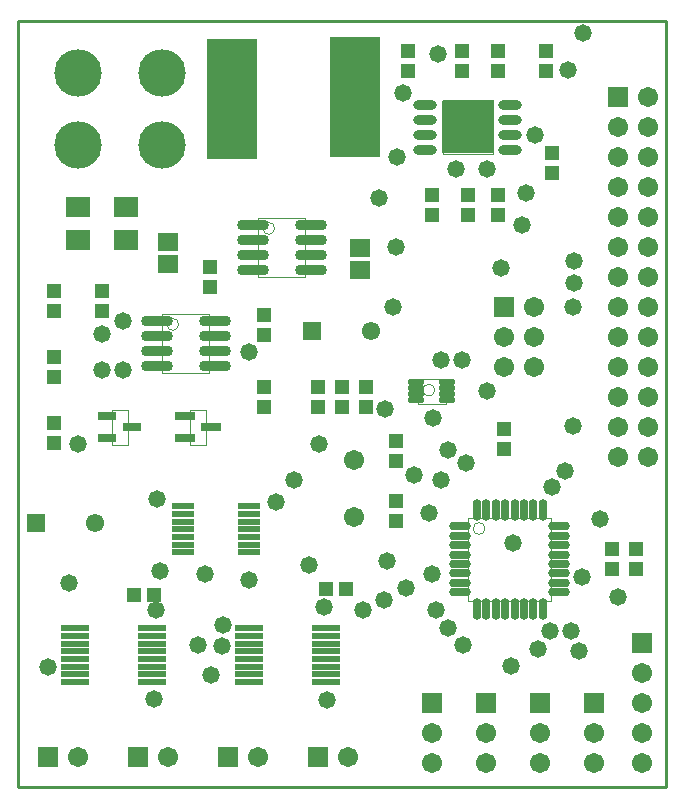
<source format=gts>
%FSLAX25Y25*%
%MOIN*%
G70*
G01*
G75*
G04 Layer_Color=8388736*
%ADD10R,0.05118X0.02362*%
%ADD11R,0.03937X0.04331*%
%ADD12R,0.16535X0.16535*%
%ADD13O,0.07087X0.02362*%
%ADD14R,0.05906X0.05118*%
%ADD15R,0.06299X0.02362*%
%ADD16O,0.09843X0.02756*%
%ADD17O,0.04921X0.01181*%
%ADD18R,0.04331X0.03937*%
%ADD19R,0.08465X0.01575*%
%ADD20R,0.08465X0.01575*%
%ADD21R,0.06496X0.01181*%
%ADD22O,0.06496X0.02165*%
%ADD23O,0.02165X0.06496*%
%ADD24R,0.07087X0.06299*%
%ADD25R,0.15748X0.39370*%
%ADD26C,0.00787*%
%ADD27C,0.03150*%
%ADD28C,0.04724*%
%ADD29C,0.01181*%
%ADD30C,0.01969*%
%ADD31C,0.05906*%
%ADD32C,0.01378*%
%ADD33C,0.01575*%
%ADD34C,0.01000*%
%ADD35C,0.03937*%
%ADD36C,0.00000*%
%ADD37C,0.00394*%
%ADD38C,0.05906*%
%ADD39R,0.05906X0.05906*%
%ADD40C,0.15000*%
%ADD41C,0.05315*%
%ADD42R,0.05315X0.05315*%
%ADD43R,0.05906X0.05906*%
%ADD44C,0.05906*%
%ADD45C,0.05000*%
%ADD46C,0.00984*%
%ADD47C,0.02362*%
%ADD48C,0.00800*%
%ADD49R,0.05918X0.03162*%
%ADD50R,0.04737X0.05131*%
%ADD51R,0.17335X0.17335*%
%ADD52O,0.07887X0.03162*%
%ADD53R,0.06706X0.05918*%
%ADD54R,0.07099X0.03162*%
%ADD55O,0.10642X0.03556*%
%ADD56O,0.05721X0.01981*%
%ADD57R,0.05131X0.04737*%
%ADD58R,0.09265X0.02375*%
%ADD59R,0.09265X0.02375*%
%ADD60R,0.07296X0.01981*%
%ADD61O,0.07296X0.02965*%
%ADD62O,0.02965X0.07296*%
%ADD63R,0.07887X0.07099*%
%ADD64R,0.16548X0.40170*%
%ADD65C,0.06706*%
%ADD66R,0.06706X0.06706*%
%ADD67C,0.15800*%
%ADD68C,0.06115*%
%ADD69R,0.06115X0.06115*%
%ADD70R,0.06706X0.06706*%
%ADD71C,0.06706*%
%ADD72C,0.05800*%
D34*
X0Y0D02*
Y255500D01*
X216000D01*
Y0D02*
Y255500D01*
X0Y0D02*
X216000D01*
D37*
X147205Y225453D02*
G03*
X147205Y225453I-1969J0D01*
G01*
X85638Y186299D02*
G03*
X85638Y186299I-1969J0D01*
G01*
X53638Y154299D02*
G03*
X53638Y154299I-1969J0D01*
G01*
X138984Y132394D02*
G03*
X138984Y132394I-1969J0D01*
G01*
X155732Y86236D02*
G03*
X155732Y86236I-1969J0D01*
G01*
X31244Y114094D02*
X36756D01*
X31244Y125906D02*
X36756D01*
Y114094D02*
Y125906D01*
X31244Y114094D02*
Y125906D01*
X141693Y211004D02*
Y228996D01*
X158307Y211004D02*
Y228996D01*
X141693D02*
X158307D01*
X141693Y211004D02*
X158307D01*
X57244Y114094D02*
X62756D01*
X57244Y125906D02*
X62756D01*
Y114094D02*
Y125906D01*
X57244Y114094D02*
Y125906D01*
X80126Y170157D02*
X95874D01*
X80126Y189843D02*
X95874D01*
Y170157D02*
Y189843D01*
X80126Y170157D02*
Y189843D01*
X48126Y138157D02*
X63874D01*
X48126Y157843D02*
X63874D01*
Y138157D02*
Y157843D01*
X48126Y138157D02*
Y157843D01*
X133276Y127866D02*
X142724D01*
X133276Y136134D02*
X142724D01*
Y127866D02*
Y136134D01*
X133276Y127866D02*
Y136134D01*
X150220Y62220D02*
Y89780D01*
X177780Y62220D02*
Y89780D01*
X150220D02*
X177780D01*
X150220Y62220D02*
X177780D01*
D49*
X38134Y120000D02*
D03*
X29866Y116260D02*
D03*
Y123740D02*
D03*
D50*
X108000Y126654D02*
D03*
Y133346D02*
D03*
X100000Y126654D02*
D03*
Y133346D02*
D03*
X126000Y95346D02*
D03*
Y88654D02*
D03*
X162000Y119346D02*
D03*
Y112654D02*
D03*
X12000Y165346D02*
D03*
Y158654D02*
D03*
Y143346D02*
D03*
Y136654D02*
D03*
Y121346D02*
D03*
Y114654D02*
D03*
X178000Y204654D02*
D03*
Y211346D02*
D03*
X160000Y197346D02*
D03*
Y190654D02*
D03*
X150000Y197346D02*
D03*
Y190654D02*
D03*
X28000Y158654D02*
D03*
Y165346D02*
D03*
X82000Y150654D02*
D03*
Y157346D02*
D03*
Y133346D02*
D03*
Y126654D02*
D03*
X138000Y190654D02*
D03*
Y197346D02*
D03*
X148000Y245346D02*
D03*
Y238654D02*
D03*
X130000Y245346D02*
D03*
Y238654D02*
D03*
X160000D02*
D03*
Y245346D02*
D03*
X176000D02*
D03*
Y238654D02*
D03*
X64000Y173346D02*
D03*
Y166654D02*
D03*
X126000Y115346D02*
D03*
Y108654D02*
D03*
X116000Y126654D02*
D03*
Y133346D02*
D03*
X206000Y72654D02*
D03*
Y79346D02*
D03*
X198000Y72654D02*
D03*
Y79346D02*
D03*
D51*
X150000Y220000D02*
D03*
D52*
X135827Y227500D02*
D03*
Y222500D02*
D03*
Y217500D02*
D03*
Y212500D02*
D03*
X164173Y227500D02*
D03*
Y222500D02*
D03*
Y217500D02*
D03*
Y212500D02*
D03*
D53*
X50000Y174260D02*
D03*
Y181740D02*
D03*
X114000Y179740D02*
D03*
Y172260D02*
D03*
D54*
X64331Y120000D02*
D03*
X55669Y116260D02*
D03*
Y123740D02*
D03*
D55*
X97646Y172500D02*
D03*
Y177500D02*
D03*
Y182500D02*
D03*
Y187500D02*
D03*
X78354Y172500D02*
D03*
Y177500D02*
D03*
Y182500D02*
D03*
Y187500D02*
D03*
X65646Y140500D02*
D03*
Y145500D02*
D03*
Y150500D02*
D03*
Y155500D02*
D03*
X46354Y140500D02*
D03*
Y145500D02*
D03*
Y150500D02*
D03*
Y155500D02*
D03*
D56*
X143217Y129047D02*
D03*
Y131016D02*
D03*
Y132984D02*
D03*
Y134953D02*
D03*
X132783Y129047D02*
D03*
Y131016D02*
D03*
Y132984D02*
D03*
Y134953D02*
D03*
D57*
X38654Y64000D02*
D03*
X45346D02*
D03*
X109346Y66000D02*
D03*
X102654D02*
D03*
D58*
X19106Y52957D02*
D03*
X77106D02*
D03*
D59*
X19106Y50398D02*
D03*
Y47839D02*
D03*
Y45280D02*
D03*
Y42721D02*
D03*
Y40161D02*
D03*
Y37602D02*
D03*
Y35043D02*
D03*
X44894Y52957D02*
D03*
Y50398D02*
D03*
Y47839D02*
D03*
Y45280D02*
D03*
Y42721D02*
D03*
Y40161D02*
D03*
Y37602D02*
D03*
Y35043D02*
D03*
X77106Y50398D02*
D03*
Y47839D02*
D03*
Y45280D02*
D03*
Y42721D02*
D03*
Y40161D02*
D03*
Y37602D02*
D03*
Y35043D02*
D03*
X102894Y52957D02*
D03*
Y50398D02*
D03*
Y47839D02*
D03*
Y45280D02*
D03*
Y42721D02*
D03*
Y40161D02*
D03*
Y37602D02*
D03*
Y35043D02*
D03*
D60*
X55075Y93677D02*
D03*
Y91118D02*
D03*
Y88559D02*
D03*
Y86000D02*
D03*
Y83441D02*
D03*
Y80882D02*
D03*
Y78323D02*
D03*
X76925Y93677D02*
D03*
Y91118D02*
D03*
Y88559D02*
D03*
Y86000D02*
D03*
Y83441D02*
D03*
Y80882D02*
D03*
Y78323D02*
D03*
D61*
X147465Y87024D02*
D03*
Y83874D02*
D03*
Y80724D02*
D03*
Y77575D02*
D03*
Y74425D02*
D03*
Y71276D02*
D03*
Y68126D02*
D03*
Y64976D02*
D03*
X180535D02*
D03*
Y68126D02*
D03*
Y71276D02*
D03*
Y74425D02*
D03*
Y77575D02*
D03*
Y80724D02*
D03*
Y83874D02*
D03*
Y87024D02*
D03*
D62*
X152976Y59465D02*
D03*
X156126D02*
D03*
X159276D02*
D03*
X162425D02*
D03*
X165575D02*
D03*
X168724D02*
D03*
X171874D02*
D03*
X175024D02*
D03*
Y92535D02*
D03*
X171874D02*
D03*
X168724D02*
D03*
X165575D02*
D03*
X162425D02*
D03*
X159276D02*
D03*
X156126D02*
D03*
X152976D02*
D03*
D63*
X36000Y182488D02*
D03*
Y193512D02*
D03*
X20000D02*
D03*
Y182488D02*
D03*
D64*
X71500Y229500D02*
D03*
X112500Y230000D02*
D03*
D65*
X208000Y8000D02*
D03*
Y18000D02*
D03*
Y28000D02*
D03*
Y38000D02*
D03*
X20000Y10000D02*
D03*
X50000D02*
D03*
X80000D02*
D03*
X110000D02*
D03*
X172000Y160000D02*
D03*
X162000Y150000D02*
D03*
X172000D02*
D03*
X162000Y140000D02*
D03*
X172000D02*
D03*
X156000Y18000D02*
D03*
Y8000D02*
D03*
X192000Y18000D02*
D03*
Y8000D02*
D03*
X174000Y18000D02*
D03*
Y8000D02*
D03*
X138000Y18000D02*
D03*
Y8000D02*
D03*
X210000Y230000D02*
D03*
X200000Y220000D02*
D03*
X210000D02*
D03*
X200000Y210000D02*
D03*
X210000D02*
D03*
X200000Y200000D02*
D03*
X210000D02*
D03*
X200000Y190000D02*
D03*
X210000D02*
D03*
X200000Y180000D02*
D03*
X210000D02*
D03*
X200000Y170000D02*
D03*
X210000D02*
D03*
X200000Y160000D02*
D03*
X210000D02*
D03*
X200000Y150000D02*
D03*
X210000D02*
D03*
X200000Y140000D02*
D03*
X210000D02*
D03*
X200000Y130000D02*
D03*
X210000D02*
D03*
X200000Y120000D02*
D03*
X210000D02*
D03*
X200000Y110000D02*
D03*
X210000D02*
D03*
D66*
X208000Y48000D02*
D03*
X162000Y160000D02*
D03*
X156000Y28000D02*
D03*
X192000D02*
D03*
X174000D02*
D03*
X138000D02*
D03*
X200000Y230000D02*
D03*
D67*
X48000Y214000D02*
D03*
Y238000D02*
D03*
X20000Y214000D02*
D03*
Y238000D02*
D03*
D68*
X25843Y88000D02*
D03*
X117843Y152000D02*
D03*
D69*
X6157Y88000D02*
D03*
X98157Y152000D02*
D03*
D70*
X10000Y10000D02*
D03*
X40000D02*
D03*
X70000D02*
D03*
X100000D02*
D03*
D71*
X112000Y109200D02*
D03*
Y90000D02*
D03*
D72*
X100500Y114500D02*
D03*
X92000Y102500D02*
D03*
X125000Y160000D02*
D03*
X185500Y175500D02*
D03*
Y168000D02*
D03*
X148000Y142500D02*
D03*
X141000D02*
D03*
X156500Y132000D02*
D03*
X185000Y120500D02*
D03*
X141000Y102500D02*
D03*
X46500Y96000D02*
D03*
X149500Y108000D02*
D03*
X143500Y112500D02*
D03*
X122500Y126000D02*
D03*
X138500Y123000D02*
D03*
X137000Y91500D02*
D03*
X165000Y81500D02*
D03*
X123000Y75500D02*
D03*
X177500Y52000D02*
D03*
X173500Y46000D02*
D03*
X184500Y52000D02*
D03*
X129500Y66500D02*
D03*
X115000Y59000D02*
D03*
X122000Y62500D02*
D03*
X132000Y104000D02*
D03*
X178000Y100000D02*
D03*
X187000Y45500D02*
D03*
X188000Y70000D02*
D03*
X164500Y40500D02*
D03*
X182500Y105500D02*
D03*
X194000Y89500D02*
D03*
X47500Y72000D02*
D03*
X68500Y54000D02*
D03*
X139500Y59000D02*
D03*
X102000Y60000D02*
D03*
X143500Y53000D02*
D03*
X148500Y47500D02*
D03*
X68000Y47000D02*
D03*
X60000Y47500D02*
D03*
X77000Y69000D02*
D03*
X45500Y29500D02*
D03*
X103000Y29000D02*
D03*
X10000Y40000D02*
D03*
X17000Y68000D02*
D03*
X62500Y71000D02*
D03*
X97000Y74000D02*
D03*
X46000Y59000D02*
D03*
X86000Y95000D02*
D03*
X138000Y71000D02*
D03*
X128500Y231500D02*
D03*
X64500Y37500D02*
D03*
X126000Y180000D02*
D03*
X28000Y151000D02*
D03*
Y139000D02*
D03*
X35000D02*
D03*
Y155500D02*
D03*
X77000Y145000D02*
D03*
X20000Y114500D02*
D03*
X188500Y251500D02*
D03*
X168000Y187500D02*
D03*
X169500Y198000D02*
D03*
X126500Y210000D02*
D03*
X120500Y196500D02*
D03*
X146000Y206000D02*
D03*
X156500D02*
D03*
X172500Y217500D02*
D03*
X161000Y173000D02*
D03*
X140000Y244500D02*
D03*
X185000Y160000D02*
D03*
X200000Y63500D02*
D03*
X183500Y239000D02*
D03*
M02*

</source>
